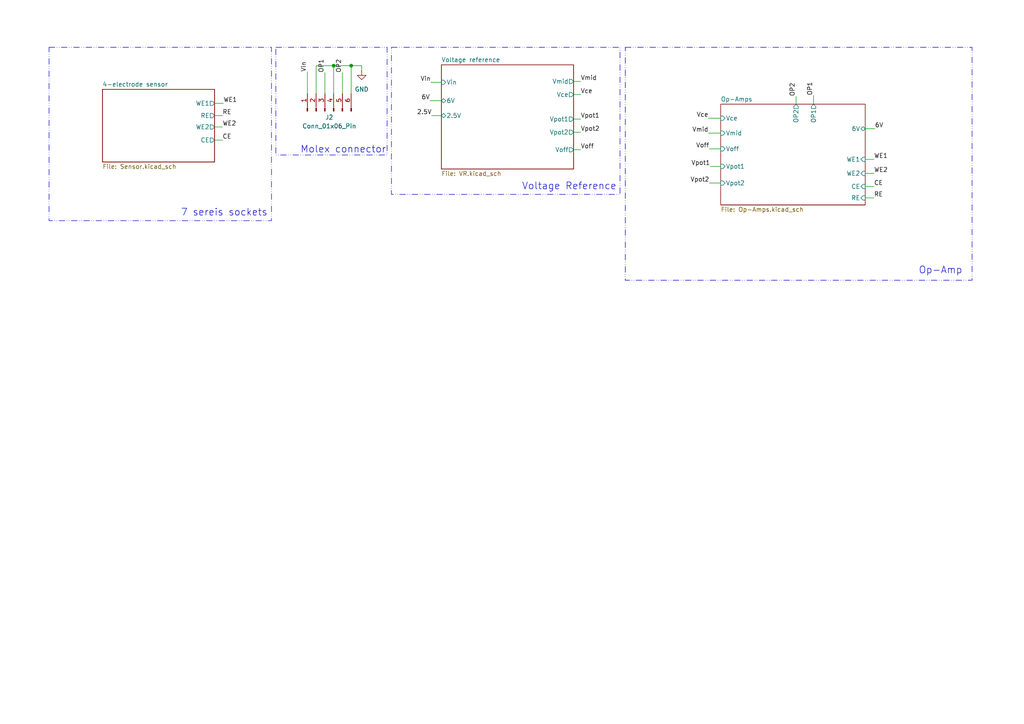
<source format=kicad_sch>
(kicad_sch (version 20231120) (generator "eeschema") (generator_version "8.0")
  (paper "A4")
  (lib_symbols
    (symbol "Connector:Conn_01x06_Pin" (pin_names (offset 1.016) hide)
      (property "Reference" "J" (at 0 7.62 0))
      (property "Value" "Conn_01x06_Pin" (at 0 -10.16 0))
      (symbol "Conn_01x06_Pin_1_1"
        (polyline (pts (xy 1.27 -7.62) (xy 0.8636 -7.62)) (stroke (width 0.1524)))
        (polyline (pts (xy 1.27 -5.08) (xy 0.8636 -5.08)) (stroke (width 0.1524)))
        (polyline (pts (xy 1.27 -2.54) (xy 0.8636 -2.54)) (stroke (width 0.1524)))
        (polyline (pts (xy 1.27 0) (xy 0.8636 0)) (stroke (width 0.1524)))
        (polyline (pts (xy 1.27 2.54) (xy 0.8636 2.54)) (stroke (width 0.1524)))
        (polyline (pts (xy 1.27 5.08) (xy 0.8636 5.08)) (stroke (width 0.1524)))
        (rectangle (start 0.8636 -7.493) (end 0 -7.747) (stroke (width 0.1524)) (fill (type outline)))
        (rectangle (start 0.8636 -4.953) (end 0 -5.207) (stroke (width 0.1524)) (fill (type outline)))
        (rectangle (start 0.8636 -2.413) (end 0 -2.667) (stroke (width 0.1524)) (fill (type outline)))
        (rectangle (start 0.8636 0.127) (end 0 -0.127) (stroke (width 0.1524)) (fill (type outline)))
        (rectangle (start 0.8636 2.667) (end 0 2.413) (stroke (width 0.1524)) (fill (type outline)))
        (rectangle (start 0.8636 5.207) (end 0 4.953) (stroke (width 0.1524)) (fill (type outline)))
        (pin passive line (at 5.08 5.08 180) (length 3.81) (name "Pin_1") (number "1"))
        (pin passive line (at 5.08 2.54 180) (length 3.81) (name "Pin_2") (number "2"))
        (pin passive line (at 5.08 0 180) (length 3.81) (name "Pin_3") (number "3"))
        (pin passive line (at 5.08 -2.54 180) (length 3.81) (name "Pin_4") (number "4"))
        (pin passive line (at 5.08 -5.08 180) (length 3.81) (name "Pin_5") (number "5"))
        (pin passive line (at 5.08 -7.62 180) (length 3.81) (name "Pin_6") (number "6"))
      )
    )
    (symbol "power:GND" (power) (pin_numbers hide) (pin_names (offset 0) hide)
      (property "Value" "GND" (at 0 -3.81 0))
      (symbol "GND_0_1"
        (polyline (pts (xy 0 0) (xy 0 -1.27) (xy 1.27 -1.27) (xy 0 -2.54) (xy -1.27 -1.27) (xy 0 -1.27)))
      )
      (symbol "GND_1_1"
        (pin power_in line (at 0 0 270) (length 0) (name "~") (number "1"))
      )
    )
  )
  (junction (at 101.854 19.05))
  (junction (at 96.774 19.05))
  (wire (pts (xy 253.746 37.338) (xy 250.952 37.338)))
  (wire (pts (xy 235.966 27.686) (xy 235.966 30.226)))
  (wire (pts (xy 205.74 53.086) (xy 209.042 53.086)))
  (wire (pts (xy 205.486 38.608) (xy 209.042 38.608)))
  (wire (pts (xy 96.774 19.05) (xy 91.694 19.05)))
  (wire (pts (xy 124.714 29.21) (xy 128.016 29.21)))
  (wire (pts (xy 99.314 21.082) (xy 99.314 27.178)))
  (wire (pts (xy 205.486 34.29) (xy 209.042 34.29)))
  (wire (pts (xy 101.854 19.05) (xy 96.774 19.05)))
  (wire (pts (xy 168.402 23.622) (xy 166.37 23.622)))
  (wire (pts (xy 253.492 46.228) (xy 250.952 46.228)))
  (wire (pts (xy 64.77 29.972) (xy 62.23 29.972)))
  (wire (pts (xy 64.516 36.83) (xy 62.23 36.83)))
  (wire (pts (xy 168.402 43.434) (xy 166.37 43.434)))
  (wire (pts (xy 125.222 33.528) (xy 128.016 33.528)))
  (wire (pts (xy 91.694 19.05) (xy 91.694 27.178)))
  (wire (pts (xy 124.968 23.876) (xy 128.016 23.876)))
  (wire (pts (xy 94.234 21.082) (xy 94.234 27.178)))
  (wire (pts (xy 96.774 19.05) (xy 96.774 27.178)))
  (wire (pts (xy 168.402 38.354) (xy 166.37 38.354)))
  (wire (pts (xy 205.994 48.26) (xy 209.042 48.26)))
  (wire (pts (xy 230.886 27.94) (xy 230.886 30.226)))
  (wire (pts (xy 205.74 43.18) (xy 209.042 43.18)))
  (wire (pts (xy 104.902 19.05) (xy 101.854 19.05)))
  (wire (pts (xy 101.854 19.05) (xy 101.854 27.178)))
  (wire (pts (xy 168.402 27.432) (xy 166.37 27.432)))
  (wire (pts (xy 253.492 54.102) (xy 250.952 54.102)))
  (wire (pts (xy 89.154 20.828) (xy 89.154 27.178)))
  (wire (pts (xy 104.902 19.05) (xy 104.902 20.574)))
  (wire (pts (xy 253.492 50.292) (xy 250.952 50.292)))
  (wire (pts (xy 64.516 33.528) (xy 62.23 33.528)))
  (wire (pts (xy 168.402 34.544) (xy 166.37 34.544)))
  (wire (pts (xy 64.516 40.64) (xy 62.23 40.64)))
  (wire (pts (xy 253.492 57.404) (xy 250.952 57.404)))
  (rectangle (start 113.538 13.716) (end 179.832 56.388) (stroke (width 0) (type dash_dot_dot)))
  (rectangle (start 14.224 13.716) (end 78.74 64.008) (stroke (width 0) (type dash_dot_dot)))
  (rectangle (start 181.356 13.716) (end 281.94 81.28) (stroke (width 0) (type dash_dot_dot)))
  (rectangle (start 80.01 13.716) (end 112.268 44.958) (stroke (width 0) (type dash_dot_dot)))
  (text "Molex connector" (at 99.568 43.434 0) (effects (font (size 2 2))))
  (text "Voltage Reference" (at 165.1 54.102 0) (effects (font (size 2 2))))
  (text "Op-Amp" (at 272.796 78.486 0) (effects (font (size 2 2))))
  (text "7 sereis sockets" (at 65.024 61.722 0) (effects (font (size 2 2))))
  (label "Vce" (at 168.402 27.432 0))
  (label "OP1" (at 235.966 27.686 90))
  (label "Vpot2" (at 168.402 38.354 0))
  (label "Voff" (at 205.74 43.18 180))
  (label "Vmid" (at 205.486 38.608 180))
  (label "WE1" (at 64.77 29.972 0))
  (label "OP1" (at 94.234 21.082 90))
  (label "Vin" (at 124.968 23.876 180))
  (label "WE2" (at 64.516 36.83 0))
  (label "WE1" (at 253.492 46.228 0))
  (label "OP2" (at 99.314 21.082 90))
  (label "Voff" (at 168.402 43.434 0))
  (label "Vmid" (at 168.402 23.622 0))
  (label "CE" (at 253.492 54.102 0))
  (label "Vin" (at 89.154 20.828 90))
  (label "6V" (at 253.746 37.338 0))
  (label "CE" (at 64.516 40.64 0))
  (label "6V" (at 124.714 29.21 180))
  (label "WE2" (at 253.492 50.292 0))
  (label "Vpot2" (at 205.74 53.086 180))
  (label "Vce" (at 205.486 34.29 180))
  (label "RE" (at 64.516 33.528 0))
  (label "Vpot1" (at 205.994 48.26 180))
  (label "RE" (at 253.492 57.404 0))
  (label "2.5V" (at 125.222 33.528 180))
  (label "Vpot1" (at 168.402 34.544 0))
  (label "OP2" (at 230.886 27.94 90))
  (symbol (lib_id "power:GND") (at 104.902 20.574 0) (unit 1)
    (property "Reference" "#PWR01" (effects (hide yes)))
    (property "Value" "GND" (at 104.902 25.908 0))
    (property "Description" "Power symbol creates a global label with name \"GND\" , ground" (effects (hide yes)))
  )
  (symbol (lib_id "Connector:Conn_01x06_Pin") (at 94.234 32.258 90) (unit 1)
    (property "Reference" "J2" (at 95.504 34.036 90))
    (property "Value" "Conn_01x06_Pin" (at 95.504 36.576 90))
    (property "Footprint" "Connector_PinSocket_2.54mm:PinSocket_1x06_P2.54mm_Vertical" (effects (hide yes)))
    (property "Description" "Generic connector, single row, 01x06, script generated" (effects (hide yes)))
  )
  (sheet (at 128.016 18.796) (size 38.354 30.226) (stroke (width 0.1524))
    (property "Sheetname" "Voltage reference" (at 128.016 18.0844 0) (effects (justify left bottom)))
    (property "Sheetfile" "VR.kicad_sch" (at 128.016 49.6066 0) (effects (justify left top)))
    (pin "Vin" input (at 128.016 23.876 180))
    (pin "Vmid" output (at 166.37 23.622 0))
    (pin "Vce" output (at 166.37 27.432 0))
    (pin "Vpot1" output (at 166.37 34.544 0))
    (pin "Vpot2" output (at 166.37 38.354 0))
    (pin "Voff" output (at 166.37 43.434 0))
    (pin "2.5V" bidirectional (at 128.016 33.528 180))
    (pin "6V" bidirectional (at 128.016 29.21 180))
  )
  (sheet (at 29.718 25.908) (size 32.512 21.082) (stroke (width 0.1524))
    (property "Sheetname" "4-electrode sensor" (at 29.718 25.1964 0) (effects (justify left bottom)))
    (property "Sheetfile" "Sensor.kicad_sch" (at 29.718 47.5746 0) (effects (justify left top)))
    (pin "WE1" output (at 62.23 29.972 0))
    (pin "RE" output (at 62.23 33.528 0))
    (pin "WE2" output (at 62.23 36.83 0))
    (pin "CE" output (at 62.23 40.64 0))
  )
  (sheet (at 209.042 30.226) (size 41.91 29.21) (stroke (width 0.1524))
    (property "Sheetname" "Op-Amps" (at 209.042 29.5144 0) (effects (justify left bottom)))
    (property "Sheetfile" "Op-Amps.kicad_sch" (at 209.042 60.0206 0) (effects (justify left top)))
    (pin "Vce" input (at 209.042 34.29 180))
    (pin "Vmid" input (at 209.042 38.608 180))
    (pin "Voff" input (at 209.042 43.18 180))
    (pin "Vpot1" input (at 209.042 48.26 180))
    (pin "Vpot2" input (at 209.042 53.086 180))
    (pin "6V" bidirectional (at 250.952 37.338 0))
    (pin "WE1" input (at 250.952 46.228 0))
    (pin "WE2" input (at 250.952 50.292 0))
    (pin "CE" input (at 250.952 54.102 0))
    (pin "RE" input (at 250.952 57.404 0))
    (pin "OP1" output (at 235.966 30.226 90))
    (pin "OP2" output (at 230.886 30.226 90))
  )
)
</source>
